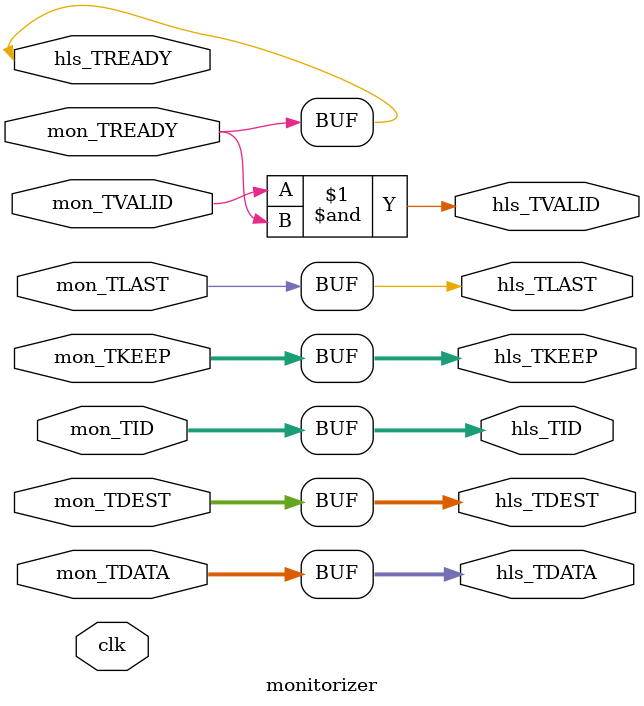
<source format=v>
`timescale 1ns / 1ps


module monitorizer # (
    parameter TDATA_WIDTH = 512,
    parameter TKEEP_WIDTH = TDATA_WIDTH/8,
    parameter TDEST_WIDTH = 16,
    parameter TID_WIDTH = 16
) (
    //Dummy clock to get rid of clock warning
    input wire clk,
    
    //Monitor interface
    input wire [TDATA_WIDTH -1:0] mon_TDATA,
    input wire [TKEEP_WIDTH -1:0] mon_TKEEP,
    input wire [TDEST_WIDTH -1:0] mon_TDEST,
    input wire [TID_WIDTH -1:0] mon_TID,
    input wire mon_TREADY,
    input wire mon_TVALID,
    input wire mon_TLAST,
    
    //HLS interface
    output wire [TDATA_WIDTH -1:0] hls_TDATA,
    output wire [TKEEP_WIDTH -1:0] hls_TKEEP,
    output wire [TDEST_WIDTH -1:0] hls_TDEST,
    output wire [TID_WIDTH -1:0] hls_TID,
    input wire hls_TREADY,
    output wire hls_TVALID,
    output wire hls_TLAST
);

    assign hls_TDATA = mon_TDATA;
    assign hls_TKEEP = mon_TKEEP;
    assign hls_TDEST = mon_TDEST;
    assign hls_TID = mon_TID;
    assign hls_TREADY = mon_TREADY;
    assign hls_TVALID = mon_TVALID & mon_TREADY;
    assign hls_TLAST = mon_TLAST;

endmodule

</source>
